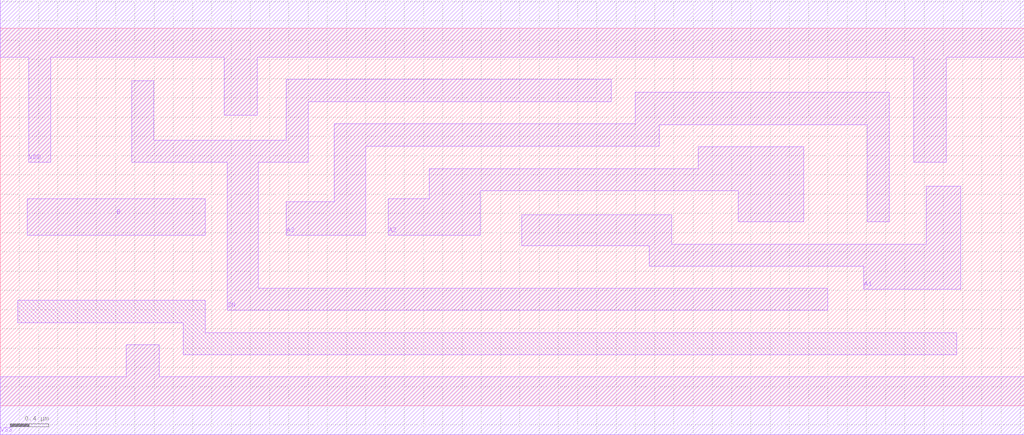
<source format=lef>
# Copyright 2022 GlobalFoundries PDK Authors
#
# Licensed under the Apache License, Version 2.0 (the "License");
# you may not use this file except in compliance with the License.
# You may obtain a copy of the License at
#
#      http://www.apache.org/licenses/LICENSE-2.0
#
# Unless required by applicable law or agreed to in writing, software
# distributed under the License is distributed on an "AS IS" BASIS,
# WITHOUT WARRANTIES OR CONDITIONS OF ANY KIND, either express or implied.
# See the License for the specific language governing permissions and
# limitations under the License.

MACRO gf180mcu_fd_sc_mcu7t5v0__oai31_2
  CLASS core ;
  FOREIGN gf180mcu_fd_sc_mcu7t5v0__oai31_2 0.0 0.0 ;
  ORIGIN 0 0 ;
  SYMMETRY X Y ;
  SITE GF018hv5v_mcu_sc7 ;
  SIZE 10.64 BY 3.92 ;
  PIN A1
    DIRECTION INPUT ;
    ANTENNAGATEAREA 2.079 ;
    PORT
      LAYER Metal1 ;
        POLYGON 5.42 1.665 6.745 1.665 6.745 1.45 8.97 1.45 8.97 1.21 9.94 1.21 9.98 1.21 9.98 2.28 9.94 2.28 9.62 2.28 9.62 1.68 6.975 1.68 6.975 1.985 5.42 1.985  ;
    END
  END A1
  PIN A2
    DIRECTION INPUT ;
    ANTENNAGATEAREA 2.079 ;
    PORT
      LAYER Metal1 ;
        POLYGON 4.03 1.77 4.99 1.77 4.99 2.235 7.67 2.235 7.67 1.91 8.35 1.91 8.35 2.69 7.255 2.69 7.255 2.465 4.46 2.465 4.46 2.15 4.03 2.15  ;
    END
  END A2
  PIN A3
    DIRECTION INPUT ;
    ANTENNAGATEAREA 2.079 ;
    PORT
      LAYER Metal1 ;
        POLYGON 2.97 1.77 3.8 1.77 3.8 2.695 6.85 2.695 6.85 2.92 9.01 2.92 9.01 1.91 9.24 1.91 9.24 3.26 6.6 3.26 6.6 2.93 3.47 2.93 3.47 2.12 2.97 2.12  ;
    END
  END A3
  PIN B
    DIRECTION INPUT ;
    ANTENNAGATEAREA 2.064 ;
    PORT
      LAYER Metal1 ;
        POLYGON 0.28 1.77 2.13 1.77 2.13 2.15 0.28 2.15  ;
    END
  END B
  PIN ZN
    DIRECTION OUTPUT ;
    ANTENNADIFFAREA 2.796 ;
    PORT
      LAYER Metal1 ;
        POLYGON 1.365 2.53 2.36 2.53 2.36 0.99 8.6 0.99 8.6 1.22 2.68 1.22 2.68 2.53 3.2 2.53 3.2 3.16 6.35 3.16 6.35 3.39 2.97 3.39 2.97 2.76 1.595 2.76 1.595 3.375 1.365 3.375  ;
    END
  END ZN
  PIN VDD
    DIRECTION INOUT ;
    USE power ;
    SHAPE ABUTMENT ;
    PORT
      LAYER Metal1 ;
        POLYGON 0 3.62 0.295 3.62 0.295 2.53 0.525 2.53 0.525 3.62 2.33 3.62 2.33 3.02 2.67 3.02 2.67 3.62 9.49 3.62 9.49 2.53 9.83 2.53 9.83 3.62 9.94 3.62 10.64 3.62 10.64 4.22 9.94 4.22 0 4.22  ;
    END
  END VDD
  PIN VSS
    DIRECTION INOUT ;
    USE ground ;
    SHAPE ABUTMENT ;
    PORT
      LAYER Metal1 ;
        POLYGON 0 -0.3 10.64 -0.3 10.64 0.3 1.65 0.3 1.65 0.635 1.31 0.635 1.31 0.3 0 0.3  ;
    END
  END VSS
  OBS
      LAYER Metal1 ;
        POLYGON 0.18 0.865 1.9 0.865 1.9 0.53 9.94 0.53 9.94 0.76 2.13 0.76 2.13 1.095 0.18 1.095  ;
  END
END gf180mcu_fd_sc_mcu7t5v0__oai31_2

</source>
